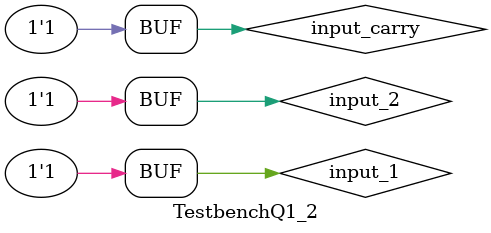
<source format=v>
module TestbenchQ1_2;
reg  input_1;
reg  input_2;
reg  input_carry;
wire carry;
wire sum;
FullAdder full_adder(input_1, input_2, input_carry, carry, sum);
initial begin
	$monitor("input_1 = %b , input_2 = %b , input_carry = %b , sum = %b , carry = %b", input_1, input_2, input_carry, sum, carry);
	input_1 = 1'b0;
	input_2 = 1'b0;
	input_carry = 1'b0;
	#10
	input_1 = 1'b1;
	input_2 = 1'b0;
	input_carry = 1'b0;
	#10
	input_1 = 1'b0;
	input_2 = 1'b1;
	input_carry = 1'b0;
	#10
	input_1 = 1'b1;
	input_2 = 1'b1;
	input_carry = 1'b1;
end
endmodule
</source>
